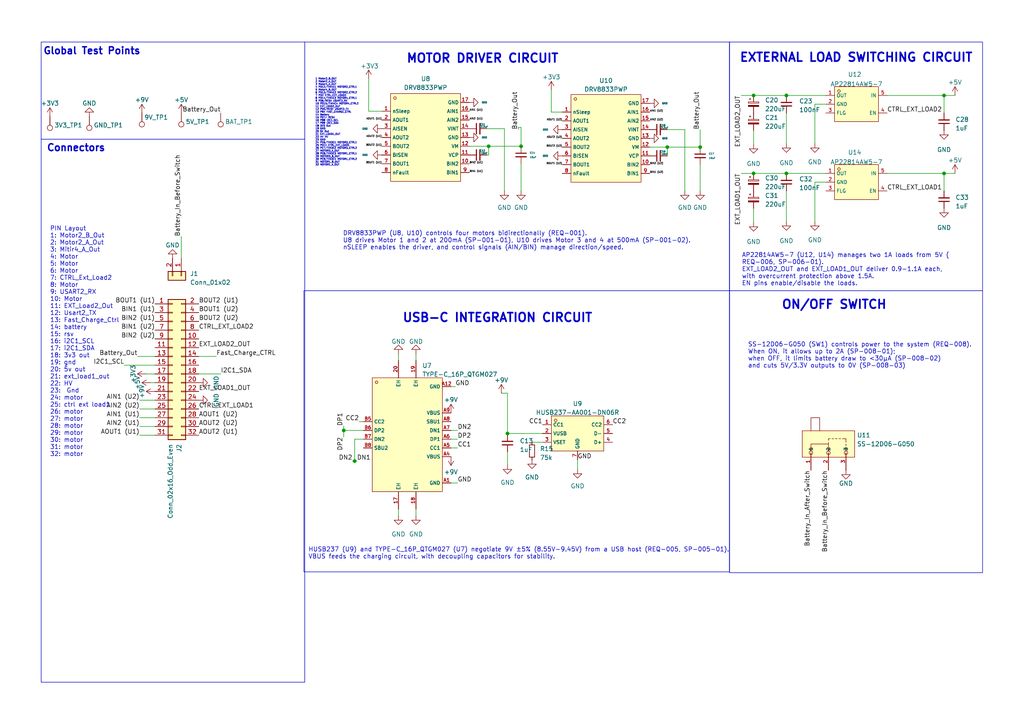
<source format=kicad_sch>
(kicad_sch (version 20230121) (generator eeschema)
  (paper "A4")
  (title_block (title "EEE3088F Micro Mouse Project") (date "2025-03-26") (rev "V1.8") (company "University Of Cape Town") (comment 3 "@author: Joab Kloppers: KLPJOA002") (comment 4 "@author: Alex Hillman: HLLALE010"))
  (lib_symbols
    (symbol "AP22814AW5-7:AP22814AW5-7"
      (property "Reference" "U" (at 0 1.27 0))
      (property "Value" "AP22814AW5-7" (at 0 -2.54 0))
      (symbol "AP22814AW5-7_0_1"
        (rectangle (start -6.35 5.08) (end 6.35 -5.08) (fill (type background)))
        (circle (center -5.08 3.81) (radius 0.381) (fill (type background)))
        (pin unspecified line (at -8.89 2.54 0) (length 2.54) (name "OUT") (number "1"))
        (pin unspecified line (at -8.89 0 0) (length 2.54) (name "GND") (number "2"))
        (pin unspecified line (at -8.89 -2.54 0) (length 2.54) (name "FLG") (number "3"))
        (pin unspecified line (at 8.89 -2.54 180) (length 2.54) (name "EN") (number "4"))
        (pin unspecified line (at 8.89 2.54 180) (length 2.54) (name "IN") (number "5"))
      )
    )
    (symbol "Connector:TestPoint" (pin_numbers hide) (pin_names (offset 0.762) hide)
      (property "Reference" "TP" (at 0 6.858 0))
      (property "Value" "TestPoint" (at 0 5.08 0))
      (symbol "TestPoint_0_1"
        (circle (center 0 3.302) (radius 0.762))
      )
      (symbol "TestPoint_1_1"
        (pin passive line (at 0 0 90) (length 2.54) (name "1") (number "1"))
      )
    )
    (symbol "Connector_Generic:Conn_01x02" (pin_names (offset 1.016) hide)
      (property "Reference" "J" (at 0 2.54 0))
      (property "Value" "Conn_01x02" (at 0 -5.08 0))
      (symbol "Conn_01x02_1_1"
        (rectangle (start -1.27 -2.413) (end 0 -2.667) (stroke (width 0.1524)))
        (rectangle (start -1.27 0.127) (end 0 -0.127) (stroke (width 0.1524)))
        (rectangle (start -1.27 1.27) (end 1.27 -3.81) (stroke (width 0.254)) (fill (type background)))
        (pin passive line (at -5.08 0 0) (length 3.81) (name "Pin_1") (number "1"))
        (pin passive line (at -5.08 -2.54 0) (length 3.81) (name "Pin_2") (number "2"))
      )
    )
    (symbol "Connector_Generic:Conn_02x16_Odd_Even" (pin_names (offset 1.016) hide)
      (property "Reference" "J" (at 1.27 20.32 0))
      (property "Value" "Conn_02x16_Odd_Even" (at 1.27 -22.86 0))
      (symbol "Conn_02x16_Odd_Even_1_1"
        (rectangle (start -1.27 -20.193) (end 0 -20.447) (stroke (width 0.1524)))
        (rectangle (start -1.27 -17.653) (end 0 -17.907) (stroke (width 0.1524)))
        (rectangle (start -1.27 -15.113) (end 0 -15.367) (stroke (width 0.1524)))
        (rectangle (start -1.27 -12.573) (end 0 -12.827) (stroke (width 0.1524)))
        (rectangle (start -1.27 -10.033) (end 0 -10.287) (stroke (width 0.1524)))
        (rectangle (start -1.27 -7.493) (end 0 -7.747) (stroke (width 0.1524)))
        (rectangle (start -1.27 -4.953) (end 0 -5.207) (stroke (width 0.1524)))
        (rectangle (start -1.27 -2.413) (end 0 -2.667) (stroke (width 0.1524)))
        (rectangle (start -1.27 0.127) (end 0 -0.127) (stroke (width 0.1524)))
        (rectangle (start -1.27 2.667) (end 0 2.413) (stroke (width 0.1524)))
        (rectangle (start -1.27 5.207) (end 0 4.953) (stroke (width 0.1524)))
        (rectangle (start -1.27 7.747) (end 0 7.493) (stroke (width 0.1524)))
        (rectangle (start -1.27 10.287) (end 0 10.033) (stroke (width 0.1524)))
        (rectangle (start -1.27 12.827) (end 0 12.573) (stroke (width 0.1524)))
        (rectangle (start -1.27 15.367) (end 0 15.113) (stroke (width 0.1524)))
        (rectangle (start -1.27 17.907) (end 0 17.653) (stroke (width 0.1524)))
        (rectangle (start -1.27 19.05) (end 3.81 -21.59) (stroke (width 0.254)) (fill (type background)))
        (rectangle (start 3.81 -20.193) (end 2.54 -20.447) (stroke (width 0.1524)))
        (rectangle (start 3.81 -17.653) (end 2.54 -17.907) (stroke (width 0.1524)))
        (rectangle (start 3.81 -15.113) (end 2.54 -15.367) (stroke (width 0.1524)))
        (rectangle (start 3.81 -12.573) (end 2.54 -12.827) (stroke (width 0.1524)))
        (rectangle (start 3.81 -10.033) (end 2.54 -10.287) (stroke (width 0.1524)))
        (rectangle (start 3.81 -7.493) (end 2.54 -7.747) (stroke (width 0.1524)))
        (rectangle (start 3.81 -4.953) (end 2.54 -5.207) (stroke (width 0.1524)))
        (rectangle (start 3.81 -2.413) (end 2.54 -2.667) (stroke (width 0.1524)))
        (rectangle (start 3.81 0.127) (end 2.54 -0.127) (stroke (width 0.1524)))
        (rectangle (start 3.81 2.667) (end 2.54 2.413) (stroke (width 0.1524)))
        (rectangle (start 3.81 5.207) (end 2.54 4.953) (stroke (width 0.1524)))
        (rectangle (start 3.81 7.747) (end 2.54 7.493) (stroke (width 0.1524)))
        (rectangle (start 3.81 10.287) (end 2.54 10.033) (stroke (width 0.1524)))
        (rectangle (start 3.81 12.827) (end 2.54 12.573) (stroke (width 0.1524)))
        (rectangle (start 3.81 15.367) (end 2.54 15.113) (stroke (width 0.1524)))
        (rectangle (start 3.81 17.907) (end 2.54 17.653) (stroke (width 0.1524)))
        (pin passive line (at -5.08 17.78 0) (length 3.81) (name "Pin_1") (number "1"))
        (pin passive line (at 7.62 7.62 180) (length 3.81) (name "Pin_10") (number "10"))
        (pin passive line (at -5.08 5.08 0) (length 3.81) (name "Pin_11") (number "11"))
        (pin passive line (at 7.62 5.08 180) (length 3.81) (name "Pin_12") (number "12"))
        (pin passive line (at -5.08 2.54 0) (length 3.81) (name "Pin_13") (number "13"))
        (pin passive line (at 7.62 2.54 180) (length 3.81) (name "Pin_14") (number "14"))
        (pin passive line (at -5.08 0 0) (length 3.81) (name "Pin_15") (number "15"))
        (pin passive line (at 7.62 0 180) (length 3.81) (name "Pin_16") (number "16"))
        (pin passive line (at -5.08 -2.54 0) (length 3.81) (name "Pin_17") (number "17"))
        (pin passive line (at 7.62 -2.54 180) (length 3.81) (name "Pin_18") (number "18"))
        (pin passive line (at -5.08 -5.08 0) (length 3.81) (name "Pin_19") (number "19"))
        (pin passive line (at 7.62 17.78 180) (length 3.81) (name "Pin_2") (number "2"))
        (pin passive line (at 7.62 -5.08 180) (length 3.81) (name "Pin_20") (number "20"))
        (pin passive line (at -5.08 -7.62 0) (length 3.81) (name "Pin_21") (number "21"))
        (pin passive line (at 7.62 -7.62 180) (length 3.81) (name "Pin_22") (number "22"))
        (pin passive line (at -5.08 -10.16 0) (length 3.81) (name "Pin_23") (number "23"))
        (pin passive line (at 7.62 -10.16 180) (length 3.81) (name "Pin_24") (number "24"))
        (pin passive line (at -5.08 -12.7 0) (length 3.81) (name "Pin_25") (number "25"))
        (pin passive line (at 7.62 -12.7 180) (length 3.81) (name "Pin_26") (number "26"))
        (pin passive line (at -5.08 -15.24 0) (length 3.81) (name "Pin_27") (number "27"))
        (pin passive line (at 7.62 -15.24 180) (length 3.81) (name "Pin_28") (number "28"))
        (pin passive line (at -5.08 -17.78 0) (length 3.81) (name "Pin_29") (number "29"))
        (pin passive line (at -5.08 15.24 0) (length 3.81) (name "Pin_3") (number "3"))
        (pin passive line (at 7.62 -17.78 180) (length 3.81) (name "Pin_30") (number "30"))
        (pin passive line (at -5.08 -20.32 0) (length 3.81) (name "Pin_31") (number "31"))
        (pin passive line (at 7.62 -20.32 180) (length 3.81) (name "Pin_32") (number "32"))
        (pin passive line (at 7.62 15.24 180) (length 3.81) (name "Pin_4") (number "4"))
        (pin passive line (at -5.08 12.7 0) (length 3.81) (name "Pin_5") (number "5"))
        (pin passive line (at 7.62 12.7 180) (length 3.81) (name "Pin_6") (number "6"))
        (pin passive line (at -5.08 10.16 0) (length 3.81) (name "Pin_7") (number "7"))
        (pin passive line (at 7.62 10.16 180) (length 3.81) (name "Pin_8") (number "8"))
        (pin passive line (at -5.08 7.62 0) (length 3.81) (name "Pin_9") (number "9"))
      )
    )
    (symbol "DRV8833_NEW:DRV8833PWP"
      (property "Reference" "U" (at 0 1.27 0))
      (property "Value" "DRV8833PWP" (at 0 -2.54 0))
      (symbol "DRV8833PWP_0_1"
        (rectangle (start -10.16 12.7) (end 10.16 -12.7) (fill (type background)))
        (circle (center -8.89 11.43) (radius 0.381) (fill (type background)))
        (pin unspecified line (at -12.7 7.62 0) (length 2.54) (name "nSleep") (number "1"))
        (pin unspecified line (at 12.7 -7.62 180) (length 2.54) (name "BIN2") (number "10"))
        (pin unspecified line (at 12.7 -5.08 180) (length 2.54) (name "VCP") (number "11"))
        (pin unspecified line (at 12.7 -2.54 180) (length 2.54) (name "VM") (number "12"))
        (pin unspecified line (at 12.7 0 180) (length 2.54) (name "GND") (number "13"))
        (pin unspecified line (at 12.7 2.54 180) (length 2.54) (name "VINT") (number "14"))
        (pin unspecified line (at 12.7 5.08 180) (length 2.54) (name "AIN2") (number "15"))
        (pin unspecified line (at 12.7 7.62 180) (length 2.54) (name "AIN1") (number "16"))
        (pin unspecified line (at 12.7 10.16 180) (length 2.54) (name "GND") (number "17"))
        (pin unspecified line (at -12.7 5.08 0) (length 2.54) (name "AOUT1") (number "2"))
        (pin unspecified line (at -12.7 2.54 0) (length 2.54) (name "AISEN") (number "3"))
        (pin unspecified line (at -12.7 0 0) (length 2.54) (name "AOUT2") (number "4"))
        (pin unspecified line (at -12.7 -2.54 0) (length 2.54) (name "BOUT2") (number "5"))
        (pin unspecified line (at -12.7 -5.08 0) (length 2.54) (name "BISEN") (number "6"))
        (pin unspecified line (at -12.7 -7.62 0) (length 2.54) (name "BOUT1") (number "7"))
        (pin unspecified line (at -12.7 -10.16 0) (length 2.54) (name "nFault") (number "8"))
        (pin unspecified line (at 12.7 -10.16 180) (length 2.54) (name "BIN1") (number "9"))
      )
    )
    (symbol "Device:C_Polarized_Small" (pin_numbers hide) (pin_names (offset 0.254) hide)
      (property "Reference" "C" (at 0.254 1.778 0))
      (property "Value" "C_Polarized_Small" (at 0.254 -2.032 0))
      (symbol "C_Polarized_Small_0_1"
        (rectangle (start -1.524 -0.3048) (end 1.524 -0.6858) (fill (type outline)))
        (rectangle (start -1.524 0.6858) (end 1.524 0.3048))
        (polyline (pts (xy -1.27 1.524) (xy -0.762 1.524)))
        (polyline (pts (xy -1.016 1.27) (xy -1.016 1.778)))
      )
      (symbol "C_Polarized_Small_1_1"
        (pin passive line (at 0 2.54 270) (length 1.8542) (name "~") (number "1"))
        (pin passive line (at 0 -2.54 90) (length 1.8542) (name "~") (number "2"))
      )
    )
    (symbol "Device:C_Small" (pin_numbers hide) (pin_names (offset 0.254) hide)
      (property "Reference" "C" (at 0.254 1.778 0))
      (property "Value" "C_Small" (at 0.254 -2.032 0))
      (symbol "C_Small_0_1"
        (polyline (pts (xy -1.524 -0.508) (xy 1.524 -0.508)) (stroke (width 0.3302)))
        (polyline (pts (xy -1.524 0.508) (xy 1.524 0.508)) (stroke (width 0.3048)))
      )
      (symbol "C_Small_1_1"
        (pin passive line (at 0 2.54 270) (length 2.032) (name "~") (number "1"))
        (pin passive line (at 0 -2.54 90) (length 2.032) (name "~") (number "2"))
      )
    )
    (symbol "Device:R_Small" (pin_numbers hide) (pin_names (offset 0.254) hide)
      (property "Reference" "R" (at 0.762 0.508 0))
      (property "Value" "R_Small" (at 0.762 -1.016 0))
      (symbol "R_Small_0_1"
        (rectangle (start -0.762 1.778) (end 0.762 -1.778) (stroke (width 0.2032)))
      )
      (symbol "R_Small_1_1"
        (pin passive line (at 0 2.54 270) (length 0.762) (name "~") (number "1"))
        (pin passive line (at 0 -2.54 90) (length 0.762) (name "~") (number "2"))
      )
    )
    (symbol "HUSB237_NEW:HUSB237-AA001-DN06R"
      (property "Reference" "U" (at 0 1.27 0))
      (property "Value" "HUSB237-AA001-DN06R" (at 0 -2.54 0))
      (symbol "HUSB237-AA001-DN06R_0_1"
        (rectangle (start -7.62 5.08) (end 7.62 -5.08) (fill (type background)))
        (circle (center -6.35 3.81) (radius 0.381) (fill (type background)))
        (pin unspecified line (at -10.16 2.54 0) (length 2.54) (name "CC1") (number "1"))
        (pin unspecified line (at -10.16 0 0) (length 2.54) (name "VUSB") (number "2"))
        (pin unspecified line (at -10.16 -2.54 0) (length 2.54) (name "VSET") (number "3"))
        (pin unspecified line (at 10.16 -2.54 180) (length 2.54) (name "D+") (number "4"))
        (pin unspecified line (at 10.16 0 180) (length 2.54) (name "D-") (number "5"))
        (pin unspecified line (at 10.16 2.54 180) (length 2.54) (name "CC2") (number "6"))
        (pin unspecified line (at 0 -7.62 90) (length 2.54) (name "GND") (number "7"))
      )
    )
    (symbol "JLC-Switch:SS-12D06-G050"
      (property "Reference" "U" (at 0 1.27 0))
      (property "Value" "SS-12D06-G050" (at 0 -2.54 0))
      (symbol "SS-12D06-G050_0_1"
        (rectangle (start -7.62 3.81) (end 7.62 -3.81) (fill (type background)))
        (circle (center -5.08 -2.54) (radius 0.508) (fill (type background)))
        (circle (center 0 -2.54) (radius 0.508) (fill (type background)))
        (polyline (pts (xy -5.08 -2.032) (xy -5.334 -1.016)))
        (polyline (pts (xy -5.08 -2.032) (xy -4.826 -1.016)))
        (polyline (pts (xy 0 -2.032) (xy -0.254 -1.016)))
        (polyline (pts (xy 0 -2.032) (xy 0.254 -1.016)))
        (polyline (pts (xy 0 0) (xy 0 0.508)))
        (polyline (pts (xy 1.016 1.524) (xy 1.524 1.524)))
        (polyline (pts (xy 2.032 1.524) (xy 2.54 1.524)))
        (polyline (pts (xy 3.048 1.524) (xy 3.556 1.524)))
        (polyline (pts (xy 4.064 1.524) (xy 5.08 1.524)))
        (polyline (pts (xy 5.08 -2.032) (xy 4.826 -1.016)))
        (polyline (pts (xy 5.08 -2.032) (xy 5.334 -1.016)))
        (polyline (pts (xy 5.08 -1.524) (xy 5.08 -1.016)))
        (polyline (pts (xy 5.08 -0.508) (xy 5.08 0)))
        (polyline (pts (xy 5.08 1.524) (xy 5.08 0.508)))
        (polyline (pts (xy 0 1.016) (xy 0 1.524) (xy 0.508 1.524)))
        (polyline (pts (xy -5.08 -2.032) (xy -5.08 0) (xy 0 0) (xy 0 -2.032)))
        (polyline (pts (xy -5.08 3.81) (xy -5.08 7.62) (xy -2.54 7.62) (xy -2.54 3.81)))
        (circle (center 5.08 -2.54) (radius 0.508) (fill (type background)))
        (pin unspecified line (at -5.08 -7.62 90) (length 5.08) (name "1") (number "1"))
        (pin unspecified line (at 0 -7.62 90) (length 5.08) (name "2") (number "2"))
        (pin unspecified line (at 5.08 -7.62 90) (length 5.08) (name "3") (number "3"))
      )
    )
    (symbol "TYPE-C 16P QTGM027:TYPE-C_16P_QTGM027"
      (property "Reference" "U" (at 0 1.27 0))
      (property "Value" "TYPE-C_16P_QTGM027" (at 0 -2.54 0))
      (symbol "TYPE-C_16P_QTGM027_0_1"
        (rectangle (start -10.16 15.24) (end 10.16 -17.78) (fill (type background)))
        (circle (center -8.89 13.97) (radius 0.381) (fill (type background)))
        (pin unspecified line (at -2.54 -22.86 90) (length 5.08) (name "EH") (number "17"))
        (pin unspecified line (at 2.54 -22.86 90) (length 5.08) (name "EH") (number "18"))
        (pin unspecified line (at 2.54 20.32 270) (length 5.08) (name "EH") (number "19"))
        (pin unspecified line (at -2.54 20.32 270) (length 5.08) (name "EH") (number "20"))
        (pin unspecified line (at 12.7 -15.24 180) (length 2.54) (name "GND") (number "A1"))
        (pin unspecified line (at 12.7 12.7 180) (length 2.54) (name "GND") (number "A12"))
        (pin unspecified line (at 12.7 -7.62 180) (length 2.54) (name "VBUS") (number "A4"))
        (pin unspecified line (at 12.7 -5.08 180) (length 2.54) (name "CC1") (number "A5"))
        (pin unspecified line (at 12.7 -2.54 180) (length 2.54) (name "DP1") (number "A6"))
        (pin unspecified line (at 12.7 0 180) (length 2.54) (name "DN1") (number "A7"))
        (pin unspecified line (at 12.7 2.54 180) (length 2.54) (name "SBU1") (number "A8"))
        (pin unspecified line (at 12.7 5.08 180) (length 2.54) (name "VBUS") (number "A9"))
        (pin unspecified line (at -12.7 2.54 0) (length 2.54) (name "CC2") (number "B5"))
        (pin unspecified line (at -12.7 0 0) (length 2.54) (name "DP2") (number "B6"))
        (pin unspecified line (at -12.7 -2.54 0) (length 2.54) (name "DN2") (number "B7"))
        (pin unspecified line (at -12.7 -5.08 0) (length 2.54) (name "SBU2") (number "B8"))
      )
    )
    (symbol "power:+3V3" (power) (pin_names (offset 0))
      (property "Value" "+3V3" (at 0 3.556 0))
      (symbol "+3V3_0_1"
        (polyline (pts (xy -0.762 1.27) (xy 0 2.54)))
        (polyline (pts (xy 0 0) (xy 0 2.54)))
        (polyline (pts (xy 0 2.54) (xy 0.762 1.27)))
      )
      (symbol "+3V3_1_1"
        (pin power_in line (at 0 0 90) (length 0) hide (name "+3V3") (number "1"))
      )
    )
    (symbol "power:+5V" (power) (pin_names (offset 0))
      (property "Value" "+5V" (at 0 3.556 0))
      (symbol "+5V_0_1"
        (polyline (pts (xy -0.762 1.27) (xy 0 2.54)))
        (polyline (pts (xy 0 0) (xy 0 2.54)))
        (polyline (pts (xy 0 2.54) (xy 0.762 1.27)))
      )
      (symbol "+5V_1_1"
        (pin power_in line (at 0 0 90) (length 0) hide (name "+5V") (number "1"))
      )
    )
    (symbol "power:+9V" (power) (pin_names (offset 0))
      (property "Value" "+9V" (at 0 3.556 0))
      (symbol "+9V_0_1"
        (polyline (pts (xy -0.762 1.27) (xy 0 2.54)))
        (polyline (pts (xy 0 0) (xy 0 2.54)))
        (polyline (pts (xy 0 2.54) (xy 0.762 1.27)))
      )
      (symbol "+9V_1_1"
        (pin power_in line (at 0 0 90) (length 0) hide (name "+9V") (number "1"))
      )
    )
    (symbol "power:GND" (power) (pin_names (offset 0))
      (property "Value" "GND" (at 0 -3.81 0))
      (symbol "GND_0_1"
        (polyline (pts (xy 0 0) (xy 0 -1.27) (xy 1.27 -1.27) (xy 0 -2.54) (xy -1.27 -1.27) (xy 0 -1.27)))
      )
      (symbol "GND_1_1"
        (pin power_in line (at 0 0 270) (length 0) hide (name "GND") (number "1"))
      )
    )
  )
  (junction (at 99.695 124.841))
  (junction (at 193.548 42.672))
  (junction (at 102.87 133.731))
  (junction (at 228.092 27.686))
  (junction (at 273.812 50.292))
  (junction (at 218.567 27.686))
  (junction (at 228.092 50.292))
  (junction (at 147.193 125.73))
  (junction (at 203.073 42.672))
  (junction (at 218.567 50.292))
  (junction (at 141.732 42.418))
  (junction (at 273.812 27.686))
  (junction (at 151.13 42.418))
  (wire (pts (xy 273.812 27.686) (xy 273.812 32.766)))
  (wire (pts (xy 159.893 32.512) (xy 163.068 32.512)))
  (wire (pts (xy 228.092 27.686) (xy 239.522 27.686)))
  (wire (pts (xy 99.695 124.841) (xy 99.695 126.746)))
  (wire (pts (xy 151.13 36.957) (xy 151.13 42.418)))
  (wire (pts (xy 43.688 110.998) (xy 44.958 110.998)))
  (wire (pts (xy 150.368 36.957) (xy 151.13 36.957)))
  (wire (pts (xy 57.658 103.378) (xy 62.738 103.378)))
  (wire (pts (xy 151.13 47.498) (xy 151.13 55.372)))
  (wire (pts (xy 115.57 149.606) (xy 115.57 147.701)))
  (wire (pts (xy 257.302 27.686) (xy 273.812 27.686)))
  (wire (pts (xy 99.695 123.571) (xy 99.695 124.841)))
  (wire (pts (xy 40.513 123.698) (xy 44.958 123.698)))
  (wire (pts (xy 147.193 125.984) (xy 147.193 125.73)))
  (wire (pts (xy 141.732 44.958) (xy 141.732 42.418)))
  (wire (pts (xy 188.468 42.672) (xy 193.548 42.672)))
  (wire (pts (xy 150.368 37.592) (xy 150.368 36.957)))
  (wire (pts (xy 273.812 27.686) (xy 276.987 27.686)))
  (wire (pts (xy 39.878 103.378) (xy 44.958 103.378)))
  (wire (pts (xy 120.65 149.606) (xy 120.65 147.701)))
  (wire (pts (xy 203.073 37.592) (xy 203.073 42.672)))
  (wire (pts (xy 130.81 140.081) (xy 132.715 140.081)))
  (wire (pts (xy 57.658 108.458) (xy 64.008 108.458)))
  (wire (pts (xy 236.347 30.226) (xy 236.347 41.656)))
  (wire (pts (xy 103.505 133.731) (xy 102.87 133.731)))
  (wire (pts (xy 130.81 124.841) (xy 132.715 124.841)))
  (wire (pts (xy 228.092 32.766) (xy 228.092 41.656)))
  (wire (pts (xy 228.092 55.372) (xy 228.092 64.262)))
  (wire (pts (xy 198.628 37.592) (xy 198.628 55.372)))
  (wire (pts (xy 102.87 127.381) (xy 102.87 133.731)))
  (wire (pts (xy 40.513 116.078) (xy 44.958 116.078)))
  (wire (pts (xy 147.193 125.73) (xy 157.353 125.73)))
  (wire (pts (xy 167.513 133.35) (xy 167.513 136.144)))
  (wire (pts (xy 141.732 42.418) (xy 151.13 42.418)))
  (wire (pts (xy 257.302 50.292) (xy 273.812 50.292)))
  (wire (pts (xy 193.548 42.672) (xy 203.073 42.672)))
  (wire (pts (xy 102.235 133.731) (xy 102.87 133.731)))
  (wire (pts (xy 52.578 68.58) (xy 52.578 74.93)))
  (wire (pts (xy 218.567 60.452) (xy 218.567 64.516)))
  (wire (pts (xy 218.567 50.292) (xy 228.092 50.292)))
  (wire (pts (xy 273.812 50.292) (xy 273.812 55.372)))
  (wire (pts (xy 236.347 52.832) (xy 236.347 64.262)))
  (wire (pts (xy 42.418 108.458) (xy 44.958 108.458)))
  (wire (pts (xy 203.073 47.752) (xy 203.073 55.372)))
  (wire (pts (xy 141.224 44.958) (xy 141.732 44.958)))
  (wire (pts (xy 102.87 127.381) (xy 105.41 127.381)))
  (wire (pts (xy 228.092 50.292) (xy 239.522 50.292)))
  (wire (pts (xy 218.567 27.686) (xy 228.092 27.686)))
  (wire (pts (xy 120.65 102.616) (xy 120.65 104.521)))
  (wire (pts (xy 273.812 50.292) (xy 276.987 50.292)))
  (wire (pts (xy 215.011 27.686) (xy 218.567 27.686)))
  (wire (pts (xy 40.513 118.618) (xy 44.958 118.618)))
  (wire (pts (xy 130.81 127.381) (xy 132.715 127.381)))
  (wire (pts (xy 146.304 37.338) (xy 146.304 55.372)))
  (wire (pts (xy 147.193 131.064) (xy 147.193 134.874)))
  (wire (pts (xy 36.068 105.918) (xy 44.958 105.918)))
  (wire (pts (xy 193.548 45.212) (xy 193.548 42.672)))
  (wire (pts (xy 236.347 30.226) (xy 239.522 30.226)))
  (wire (pts (xy 236.347 52.832) (xy 239.522 52.832)))
  (wire (pts (xy 141.224 37.338) (xy 146.304 37.338)))
  (wire (pts (xy 145.415 114.046) (xy 147.193 114.046)))
  (wire (pts (xy 215.011 50.292) (xy 218.567 50.292)))
  (wire (pts (xy 40.513 121.158) (xy 44.958 121.158)))
  (wire (pts (xy 115.57 102.616) (xy 115.57 104.521)))
  (wire (pts (xy 193.548 37.592) (xy 198.628 37.592)))
  (wire (pts (xy 104.14 122.301) (xy 105.41 122.301)))
  (wire (pts (xy 154.305 128.27) (xy 157.353 128.27)))
  (wire (pts (xy 99.695 124.841) (xy 105.41 124.841)))
  (wire (pts (xy 106.934 32.258) (xy 106.934 22.86)))
  (wire (pts (xy 110.744 32.258) (xy 106.934 32.258)))
  (wire (pts (xy 130.81 129.921) (xy 132.715 129.921)))
  (wire (pts (xy 40.513 126.238) (xy 44.958 126.238)))
  (wire (pts (xy 136.144 42.418) (xy 141.732 42.418)))
  (wire (pts (xy 147.193 114.046) (xy 147.193 125.73)))
  (wire (pts (xy 218.567 37.846) (xy 218.567 41.91)))
  (wire (pts (xy 130.81 112.141) (xy 132.08 112.141)))
  (wire (pts (xy 159.893 26.162) (xy 159.893 32.512)))
  (rectangle (start 11.938 40.386) (end 88.392 197.866))
  (rectangle (start 11.938 12.192) (end 88.392 40.386))
  (rectangle (start 211.582 84.328) (end 284.988 166.116))
  (rectangle (start 88.138 84.328) (end 211.582 165.862))
  (rectangle (start 211.582 12.192) (end 284.988 84.328))
  (rectangle (start 88.392 12.192) (end 211.582 84.328))
  (text "MOTOR DRIVER CIRCUIT\n" (at 117.729 18.542 0) (effects (font (size 2.5 2.5) (thickness 0.5) bold) (justify left bottom)))
  (text "HUSB237 (U9) and TYPE-C_16P_QTGM027 (U7) negotiate 9V ±5% (8.55V-9.45V) from a USB host (REQ-005, SP-005-01). \nVBUS feeds the charging circuit, with decoupling capacitors for stability." (at 89.408 162.306 0) (effects (font (size 1.27 1.27)) (justify left bottom)))
  (text "SS-12D06-G050 (SW1) controls power to the system (REQ-008). \nWhen ON, it allows up to 2A (SP-008-01); \nwhen OFF, it limits battery draw to <30µA (SP-008-02) \nand cuts 5V/3.3V outputs to 0V (SP-008-03)" (at 216.916 106.934 0) (effects (font (size 1.27 1.27)) (justify left bottom)))
  (text "DRV8833PWP (U8, U10) controls four motors bidirectionally (REQ-001). \nU8 drives Motor 1 and 2 at 200mA (SP-001-01), U10 drives Motor 3 and 4 at 500mA (SP-001-02). \nnSLEEP enables the driver, and control signals (AIN/BIN) manage direction/speed." (at 99.441 72.644 0) (effects (font (size 1.27 1.27)) (justify left bottom)))
  (text "1 Motor2_B_OUT\n2 Motor2_A_OUT\n3 Motor4_A_OUT\n4 PD12/TIM4C1 MOTOR2_CTRL1\n5 Motor4_B_OUT\n6 PD13/TIM4C2 MOTOR2_CTRL2\n7 PD2 CTRL_EXT_LOAD2\n8 PD14/TIM4C3 MOTOR4_CTRL1\n9 PD6/RESV USART2_RX\n10 PD15/TIM4C4 MOTOR4_CTRL2\n11 EXT_LOAD2_OUT\n12 PD5/RESV USART2_TX\n13 PB4 FAST_CHARGE_CTRL\n14 Battery\n15 PD7/ RESV\n16 PB8 I2C1_SCL\n17 PB9 I2C1_SDA\n18 3V3 Out\n19 GND\n20 5V Out\n21 EXT_LOAD1_OUT\n22 HV HV\n23 GND\n24 PC6/TIM3C1 MOTOR3_CTRL1\n25 PD11 CTRL_EXT_LOAD1\n26 PC7/TIM3C2 MOTOR3_CTRL2\n27 MOTOR3_A_OUT\n28 PC8/TIM3C3 MOTOR1_CTRL1\n29 MOTOR3_B_OUT\n30 PC9/TIM3C4 MOTOR1_CTRL2\n31 MOTOR1_B_OUT\n32 MOTOR1_A_OUT" (at 91.44 48.26 0) (effects (font (size 0.5 0.5)) (justify left bottom)))
  (text "PIN Layout\n1: Motor2_B_Out\n2: Motor2_A_Out\n3: Mitir4_A_Out\n4: Motor\n5: Motor\n6: Motor\n7: CTRL_Ext_Load2\n8: Motor\n9: USART2_RX\n10: Motor\n11: EXT_Load2_Out\n12: Usart2_TX\n13: Fast_Charge_Ctrl\n14: battery\n15: rsv\n16: i2C1_SCL\n17: i2C1_SDA\n18: 3v3 out\n19: gnd\n20: 5v out\n21: ext_load1_out\n22: HV\n23:	Gnd\n24: motor\n25: ctrl ext load1\n26: motor\n27: motor\n28: motor\n29: motor\n30: motor\n31: motor\n32: motor" (at 14.478 132.588 0) (effects (font (size 1.27 1.27)) (justify left bottom)))
  (text "EXTERNAL LOAD SWITCHING CIRCUIT\n" (at 214.376 18.288 0) (effects (font (size 2.5 2.5) (thickness 0.5) bold) (justify left bottom)))
  (text "Connectors" (at 13.462 44.196 0) (effects (font (size 2 2) bold) (justify left bottom)))
  (text "Global Test Points\n\n" (at 12.446 19.304 0) (effects (font (size 2 2) (thickness 0.4) bold) (justify left bottom)))
  (text "ON/OFF SWITCH\n\n" (at 226.568 93.98 0) (effects (font (size 2.5 2.5) (thickness 0.5) bold) (justify left bottom)))
  (text "USB-C INTEGRATION CIRCUIT\n\n" (at 116.586 97.79 0) (effects (font (size 2.5 2.5) (thickness 0.5) bold) (justify left bottom)))
  (text "AP22814AW5-7 (U12, U14) manages two 1A loads from 5V (\nREQ-006, SP-006-01). \nEXT_LOAD2_OUT and EXT_LOAD1_OUT deliver 0.9-1.1A each, \nwith overcurrent protection above 1.5A. \nEN pins enable/disable the loads." (at 215.138 83.058 0) (effects (font (size 1.27 1.27)) (justify left bottom)))
  (label "AIN2 (U1)" (at 136.144 34.798 0) (effects (font (size 0.5 0.5))))
  (label "CC2" (at 177.673 123.19 0))
  (label "DN1" (at 103.505 133.731 0))
  (label "GND" (at 132.715 140.081 0))
  (label "Battery_In_After_Switch" (at 235.204 136.398 270))
  (label "BIN1 (U1)" (at 136.144 50.038 0) (effects (font (size 0.5 0.5))))
  (label "AOUT2 (U2)" (at 163.068 40.132 180) (effects (font (size 0.5 0.5))))
  (label "AIN1 (U1)" (at 136.144 32.258 0) (effects (font (size 0.5 0.5))))
  (label "EXT_LOAD1_OUT" (at 57.658 113.538 0))
  (label "CTRL_EXT_LOAD2" (at 57.658 95.758 0))
  (label "BOUT1 (U2)" (at 163.068 47.752 180) (effects (font (size 0.5 0.5))))
  (label "AOUT1 (U1)" (at 40.513 126.238 180))
  (label "I2C1_SCL" (at 36.068 105.918 180))
  (label "EXT_LOAD2_OUT" (at 215.011 27.686 270))
  (label "AOUT1 (U2)" (at 57.658 121.158 0))
  (label "BOUT2 (U1)" (at 110.744 42.418 180) (effects (font (size 0.5 0.5))))
  (label "BIN1 (U2)" (at 188.468 50.292 0) (effects (font (size 0.5 0.5))))
  (label "BIN2 (U2)" (at 188.468 47.752 0) (effects (font (size 0.5 0.5))))
  (label "CC2" (at 104.14 122.301 180))
  (label "DP2" (at 99.695 126.746 270))
  (label "BOUT2 (U2)" (at 57.658 93.218 0))
  (label "CC1" (at 132.715 129.921 0))
  (label "DN2" (at 132.715 124.841 0))
  (label "BOUT1 (U2)" (at 57.658 90.678 0))
  (label "AIN1 (U1)" (at 40.513 121.158 180))
  (label "Battery_Out" (at 39.878 103.378 180))
  (label "BOUT1 (U1)" (at 110.744 47.498 180) (effects (font (size 0.5 0.5))))
  (label "EXT_LOAD1_OUT" (at 215.011 50.292 270))
  (label "BOUT1 (U1)" (at 44.958 88.138 180))
  (label "CC1" (at 157.353 123.19 180))
  (label "GND" (at 132.08 112.141 0))
  (label "AIN2 (U2)" (at 188.468 35.052 0) (effects (font (size 0.5 0.5))))
  (label "AIN2 (U2)" (at 40.513 118.618 180))
  (label "CTRL_EXT_LOAD1" (at 57.658 118.618 0))
  (label "AOUT2 (U1)" (at 110.744 39.878 180) (effects (font (size 0.5 0.5))))
  (label "Battery_Out" (at 64.008 32.766 180))
  (label "Battery_Out" (at 150.368 37.592 90))
  (label "AOUT1 (U1)" (at 110.744 34.798 180) (effects (font (size 0.5 0.5))))
  (label "AIN1 (U2)" (at 188.468 32.512 0) (effects (font (size 0.5 0.5))))
  (label "Battery_In_Before_Switch" (at 240.284 136.398 270))
  (label "Battery_In_Before_Switch" (at 52.578 68.58 90))
  (label "GND" (at 167.513 133.35 0))
  (label "Battery_Out" (at 203.073 37.592 90))
  (label "AOUT2 (U2)" (at 57.658 123.698 0))
  (label "CTRL_EXT_LOAD1" (at 257.302 55.372 0))
  (label "I2C1_SDA" (at 64.008 108.458 0))
  (label "DP1" (at 99.695 123.571 90))
  (label "DN2" (at 102.235 133.731 180))
  (label "BIN2 (U1)" (at 136.144 47.498 0) (effects (font (size 0.5 0.5))))
  (label "DP2" (at 132.715 127.381 0))
  (label "AOUT1 (U2)" (at 163.068 35.052 180) (effects (font (size 0.5 0.5))))
  (label "AIN2 (U1)" (at 40.513 123.698 180))
  (label "BIN2 (U1)" (at 44.958 93.218 180))
  (label "CTRL_EXT_LOAD2" (at 257.302 32.766 0))
  (label "BIN2 (U2)" (at 44.958 98.298 180))
  (label "BIN1 (U1)" (at 44.958 90.678 180))
  (label "BIN1 (U2)" (at 44.958 95.758 180))
  (label "Fast_Charge_CTRL" (at 62.738 103.378 0))
  (label "EXT_LOAD2_OUT" (at 57.658 100.838 0))
  (label "BOUT2 (U1)" (at 57.658 88.138 0))
  (label "AIN1 (U2)" (at 40.513 116.078 180))
  (label "BOUT2 (U2)" (at 163.068 42.672 180) (effects (font (size 0.5 0.5))))
  (label "AOUT2 (U1)" (at 57.658 126.238 0))
  (symbol (lib_id "power:+3V3") (at 42.418 108.458 90) (unit 1)
    (property "Reference" "#PWR05" (effects hide))
    (property "Value" "+3V3" (at 38.608 108.458 0))
  )
  (symbol (lib_id "JLC-Switch:SS-12D06-G050") (at 240.284 128.778 0) (unit 1)
    (property "Reference" "U11" (at 248.539 126.238 0) (effects (justify left)))
    (property "Value" "SS-12D06-G050" (at 248.539 128.778 0) (effects (justify left)))
    (property "Footprint" "JLCPCB:SW-TH_3P-P4.70_SS-12D06-G050" (effects hide))
    (property "Datasheet" "https://atta.szlcsc.com/upload/public/pdf/source/20230915/62770FED7A7C5A08D3E9F9C8FE01EA01.pdf" (effects hide))
    (property "LCSC" "C17179521" (effects hide))
  )
  (symbol (lib_id "power:GND") (at 273.812 37.846 0) (unit 1)
    (property "Reference" "#PWR068" (effects hide))
    (property "Value" "GND" (at 273.812 43.434 0))
  )
  (symbol (lib_id "power:GND") (at 188.468 29.972 90) (unit 1)
    (property "Reference" "#PWR054" (effects hide))
    (property "Value" "GND" (at 192.024 29.972 90) (effects (font (size 0.5 0.5)) (justify right)))
  )
  (symbol (lib_id "Device:C_Small") (at 228.092 30.226 180) (unit 1)
    (property "Reference" "C23" (at 231.775 29.3306 0) (effects (justify right)))
    (property "Value" "100nF" (at 231.775 31.8706 0) (effects (justify right)))
    (property "Footprint" "Capacitor_SMD:C_0402_1005Metric_Pad0.74x0.62mm_HandSolder" (effects hide))
    (property "LCSC" "C1525" (effects hide))
  )
  (symbol (lib_id "power:GND") (at 203.073 55.372 0) (unit 1)
    (property "Reference" "#PWR057" (effects hide))
    (property "Value" "GND" (at 203.073 60.198 0))
  )
  (symbol (lib_id "power:+9V") (at 130.81 119.761 0) (unit 1)
    (property "Reference" "#PWR060" (effects hide))
    (property "Value" "+9V" (at 130.81 115.951 0))
  )
  (symbol (lib_id "power:GND") (at 115.57 102.616 180) (unit 1)
    (property "Reference" "#PWR039" (effects hide))
    (property "Value" "GND" (at 115.57 99.06 0))
  )
  (symbol (lib_id "power:GND") (at 146.304 55.372 0) (unit 1)
    (property "Reference" "#PWR046" (effects hide))
    (property "Value" "GND" (at 146.304 60.198 0))
  )
  (symbol (lib_id "power:GND") (at 228.092 41.656 0) (unit 1)
    (property "Reference" "#PWR061" (effects hide))
    (property "Value" "GND" (at 228.092 47.244 0))
  )
  (symbol (lib_id "power:GND") (at 198.628 55.372 0) (unit 1)
    (property "Reference" "#PWR056" (effects hide))
    (property "Value" "GND" (at 198.628 60.198 0))
  )
  (symbol (lib_id "power:+5V") (at 276.987 27.686 0) (unit 1)
    (property "Reference" "#PWR072" (effects hide))
    (property "Value" "+5V" (at 276.987 23.876 0))
  )
  (symbol (lib_id "power:+9V") (at 145.415 114.046 0) (unit 1)
    (property "Reference" "#PWR058" (effects hide))
    (property "Value" "+9V" (at 145.415 110.236 0))
  )
  (symbol (lib_id "Connector:TestPoint") (at 64.008 32.766 0) (mirror x) (unit 1)
    (property "Reference" "BAT_TP1" (at 65.278 35.306 0) (effects (justify left)))
    (property "Value" "BAT TP" (effects hide))
    (property "Footprint" "TestPoint:TestPoint_Pad_2.5x2.5mm" (effects hide))
  )
  (symbol (lib_id "Device:C_Small") (at 203.073 45.212 0) (unit 1)
    (property "Reference" "C17" (at 205.613 44.5833 0) (effects (font (size 0.5 0.5)) (justify left)))
    (property "Value" "10uF" (at 205.613 45.8533 0) (effects (font (size 0.5 0.5)) (justify left)))
    (property "Footprint" "Capacitor_SMD:C_0603_1608Metric_Pad1.08x0.95mm_HandSolder" (effects hide))
    (property "LCSC" "C19702" (effects hide))
  )
  (symbol (lib_id "power:GND") (at 245.364 136.398 0) (unit 1)
    (property "Reference" "#PWR067" (effects hide))
    (property "Value" "GND" (at 245.364 140.208 0))
  )
  (symbol (lib_id "power:GND") (at 57.658 110.998 90) (unit 1)
    (property "Reference" "#PWR09" (effects hide))
    (property "Value" "GND" (at 62.738 110.998 0))
  )
  (symbol (lib_id "power:GND") (at 236.347 41.656 0) (unit 1)
    (property "Reference" "#PWR063" (effects hide))
    (property "Value" "GND" (at 236.347 46.99 0))
  )
  (symbol (lib_id "Connector:TestPoint") (at 41.148 32.766 180) (unit 1)
    (property "Reference" "9V_TP1" (at 48.768 34.036 0) (effects (justify left)))
    (property "Value" "9V TP" (effects hide))
    (property "Footprint" "TestPoint:TestPoint_Pad_2.5x2.5mm" (effects hide))
  )
  (symbol (lib_id "Connector:TestPoint") (at 14.478 33.782 0) (mirror x) (unit 1)
    (property "Reference" "3V3_TP1" (at 15.748 36.322 0) (effects (justify left)))
    (property "Value" "3V3 TP" (effects hide))
    (property "Footprint" "TestPoint:TestPoint_Pad_2.5x2.5mm" (effects hide))
  )
  (symbol (lib_id "power:GND") (at 147.193 134.874 0) (unit 1)
    (property "Reference" "#PWR047" (effects hide))
    (property "Value" "GND" (at 147.193 139.954 0))
  )
  (symbol (lib_id "power:GND") (at 151.13 55.372 0) (unit 1)
    (property "Reference" "#PWR048" (effects hide))
    (property "Value" "GND" (at 151.13 60.198 0))
  )
  (symbol (lib_id "power:+3V3") (at 14.478 33.782 0) (mirror y) (unit 1)
    (property "Reference" "#PWR03" (effects hide))
    (property "Value" "+3V3" (at 14.478 29.972 0))
  )
  (symbol (lib_id "power:+5V") (at 52.578 32.766 0) (mirror y) (unit 1)
    (property "Reference" "#PWR02" (effects hide))
    (property "Value" "+5V" (at 52.578 28.956 0))
  )
  (symbol (lib_id "power:+3V3") (at 106.934 22.86 0) (unit 1)
    (property "Reference" "#PWR034" (effects hide))
    (property "Value" "+3V3" (at 107.188 19.177 0))
  )
  (symbol (lib_id "Device:C_Small") (at 138.684 37.338 90) (unit 1)
    (property "Reference" "C11" (at 139.954 36.068 90) (effects (font (size 0.5 0.5))))
    (property "Value" "2.2uF" (at 140.462 36.83 90) (effects (font (size 0.5 0.5))))
    (property "Footprint" "Capacitor_SMD:C_0402_1005Metric_Pad0.74x0.62mm_HandSolder" (effects hide))
    (property "LCSC" "C12530" (effects hide))
  )
  (symbol (lib_id "DRV8833_NEW:DRV8833PWP") (at 123.444 39.878 0) (unit 1)
    (property "Reference" "U8" (at 123.444 22.86 0))
    (property "Value" "DRV8833PWP" (at 123.444 25.4 0))
    (property "Footprint" "JLCPCB:TSSOP-16_L5.0-W4.4-P0.65-LS6.4-BL-EP" (effects hide))
    (property "Datasheet" "https://item.szlcsc.com/109073.html" (effects hide))
    (property "LCSC" "C50506" (effects hide))
  )
  (symbol (lib_id "power:GND") (at 57.658 116.078 90) (unit 1)
    (property "Reference" "#PWR010" (effects hide))
    (property "Value" "GND" (at 62.738 116.078 0))
  )
  (symbol (lib_id "power:+5V") (at 43.688 110.998 90) (unit 1)
    (property "Reference" "#PWR06" (effects hide))
    (property "Value" "+5V" (at 39.878 110.998 0))
  )
  (symbol (lib_id "HUSB237_NEW:HUSB237-AA001-DN06R") (at 167.513 125.73 0) (unit 1)
    (property "Reference" "U9" (at 167.513 117.094 0))
    (property "Value" "HUSB237-AA001-DN06R" (at 167.513 119.634 0))
    (property "Footprint" "JLCPCB:TDFN-6_L2.0-W2.0-P0.65-TL-EP" (effects hide))
    (property "Datasheet" "https://item.szlcsc.com/361742.html" (effects hide))
    (property "LCSC" "C22373734" (effects hide))
  )
  (symbol (lib_id "Device:C_Small") (at 191.008 37.592 90) (unit 1)
    (property "Reference" "C15" (at 192.278 36.322 90) (effects (font (size 0.5 0.5))))
    (property "Value" "2.2uF" (at 192.786 37.084 90) (effects (font (size 0.5 0.5))))
    (property "Footprint" "Capacitor_SMD:C_0402_1005Metric_Pad0.74x0.62mm_HandSolder" (effects hide))
    (property "LCSC" "C12530" (effects hide))
  )
  (symbol (lib_id "power:GND") (at 110.744 37.338 270) (unit 1)
    (property "Reference" "#PWR035" (effects hide))
    (property "Value" "GND" (at 106.68 37.338 90) (effects (font (size 0.5 0.5)) (justify right)))
  )
  (symbol (lib_id "DRV8833_NEW:DRV8833PWP") (at 175.768 40.132 0) (unit 1)
    (property "Reference" "U10" (at 175.768 23.368 0))
    (property "Value" "DRV8833PWP" (at 175.768 25.908 0))
    (property "Footprint" "JLCPCB:TSSOP-16_L5.0-W4.4-P0.65-LS6.4-BL-EP" (effects hide))
    (property "Datasheet" "https://item.szlcsc.com/109073.html" (effects hide))
    (property "LCSC" "C50506" (effects hide))
  )
  (symbol (lib_id "Connector_Generic:Conn_01x02") (at 52.578 80.01 270) (unit 1)
    (property "Reference" "J1" (at 55.118 79.375 90) (effects (justify left)))
    (property "Value" "Conn_01x02" (at 55.118 81.915 90) (effects (justify left)))
    (property "Footprint" "Connector_JST:JST_PH_S2B-PH-K_1x02_P2.00mm_Horizontal" (effects hide))
  )
  (symbol (lib_id "Device:C_Small") (at 147.193 128.524 180) (unit 1)
    (property "Reference" "C13" (at 150.749 127.8826 0) (effects (justify right)))
    (property "Value" "1uF" (at 150.749 130.4226 0) (effects (justify right)))
    (property "Footprint" "Capacitor_SMD:C_0402_1005Metric_Pad0.74x0.62mm_HandSolder" (effects hide))
    (property "LCSC" "C52923" (effects hide))
  )
  (symbol (lib_id "power:GND") (at 50.038 74.93 180) (unit 1)
    (property "Reference" "#PWR08" (effects hide))
    (property "Value" "GND" (at 50.038 71.12 0))
  )
  (symbol (lib_id "Device:C_Polarized_Small") (at 218.567 57.912 0) (unit 1)
    (property "Reference" "C31" (at 221.869 56.7309 0) (effects (justify left)))
    (property "Value" "220uF" (at 221.869 59.2709 0) (effects (justify left)))
    (property "Footprint" "Capacitor_SMD:C_Elec_6.3x7.7" (effects hide))
    (property "LCSC" "C19100600" (effects hide))
  )
  (symbol (lib_id "power:+5V") (at 276.987 50.292 0) (unit 1)
    (property "Reference" "#PWR077" (effects hide))
    (property "Value" "+5V" (at 276.987 46.482 0))
  )
  (symbol (lib_id "power:GND") (at 110.744 44.958 270) (unit 1)
    (property "Reference" "#PWR036" (effects hide))
    (property "Value" "GND" (at 106.68 44.958 90) (effects (font (size 0.5 0.5)) (justify right)))
  )
  (symbol (lib_id "Device:C_Small") (at 191.008 45.212 90) (unit 1)
    (property "Reference" "C16" (at 192.278 43.942 90) (effects (font (size 0.5 0.5))))
    (property "Value" "10nF" (at 192.786 44.704 90) (effects (font (size 0.5 0.5))))
    (property "Footprint" "Capacitor_SMD:C_0402_1005Metric_Pad0.74x0.62mm_HandSolder" (effects hide))
    (property "LCSC" "C15195" (effects hide))
  )
  (symbol (lib_id "Device:R_Small") (at 154.305 130.81 0) (unit 1)
    (property "Reference" "R15" (at 156.591 130.175 0) (effects (justify left)))
    (property "Value" "75k" (at 156.591 132.715 0) (effects (justify left)))
    (property "Footprint" "Resistor_SMD:R_0603_1608Metric_Pad0.98x0.95mm_HandSolder" (effects hide))
    (property "LCSC" "C23242" (effects hide))
  )
  (symbol (lib_id "Device:C_Small") (at 228.092 52.832 180) (unit 1)
    (property "Reference" "C32" (at 231.775 51.9366 0) (effects (justify right)))
    (property "Value" "100nF" (at 231.775 54.4766 0) (effects (justify right)))
    (property "Footprint" "Capacitor_SMD:C_0402_1005Metric_Pad0.74x0.62mm_HandSolder" (effects hide))
    (property "LCSC" "C1525" (effects hide))
  )
  (symbol (lib_id "power:GND") (at 154.305 133.35 0) (unit 1)
    (property "Reference" "#PWR049" (effects hide))
    (property "Value" "GND" (at 154.305 138.43 0))
  )
  (symbol (lib_id "AP22814AW5-7:AP22814AW5-7") (at 248.412 30.226 0) (unit 1)
    (property "Reference" "U12" (at 247.904 21.59 0))
    (property "Value" "AP22814AW5-7" (at 248.412 24.384 0))
    (property "Footprint" "JLCPCB:SOT-25_L3.0-W1.6-P0.95-LS2.8-BL" (effects hide))
    (property "Datasheet" "https://item.szlcsc.com/464949.html" (effects hide))
    (property "LCSC" "C2680321" (effects hide))
  )
  (symbol (lib_id "Connector:TestPoint") (at 25.908 33.782 0) (mirror x) (unit 1)
    (property "Reference" "GND_TP1" (at 27.178 36.322 0) (effects (justify left)))
    (property "Value" "GND TP" (effects hide))
    (property "Footprint" "TestPoint:TestPoint_Pad_2.5x2.5mm" (effects hide))
  )
  (symbol (lib_id "Device:C_Small") (at 273.812 57.912 180) (unit 1)
    (property "Reference" "C33" (at 277.114 57.2706 0) (effects (justify right)))
    (property "Value" "1uF" (at 277.114 59.8106 0) (effects (justify right)))
    (property "Footprint" "Capacitor_SMD:C_0402_1005Metric_Pad0.74x0.62mm_HandSolder" (effects hide))
    (property "LCSC" "C52923" (effects hide))
  )
  (symbol (lib_id "power:GND") (at 236.347 64.262 0) (unit 1)
    (property "Reference" "#PWR075" (effects hide))
    (property "Value" "GND" (at 236.347 69.596 0))
  )
  (symbol (lib_id "power:GND") (at 273.812 60.452 0) (unit 1)
    (property "Reference" "#PWR076" (effects hide))
    (property "Value" "GND" (at 273.812 66.04 0))
  )
  (symbol (lib_id "Device:C_Polarized_Small") (at 218.567 30.226 0) (unit 1)
    (property "Reference" "C20" (at 221.869 29.0449 0) (effects (justify left)))
    (property "Value" "220uF" (at 221.869 31.5849 0) (effects (justify left)))
    (property "Footprint" "Capacitor_SMD:C_Elec_6.3x7.7" (effects hide))
    (property "LCSC" "C19100600" (effects hide))
  )
  (symbol (lib_id "power:+3V3") (at 159.893 26.162 0) (unit 1)
    (property "Reference" "#PWR050" (effects hide))
    (property "Value" "+3V3" (at 159.893 22.352 0))
  )
  (symbol (lib_id "power:GND") (at 163.068 45.212 270) (unit 1)
    (property "Reference" "#PWR052" (effects hide))
    (property "Value" "GND" (at 159.004 45.212 90) (effects (font (size 0.5 0.5)) (justify right)))
  )
  (symbol (lib_id "power:GND") (at 188.468 40.132 90) (unit 1)
    (property "Reference" "#PWR055" (effects hide))
    (property "Value" "GND" (at 192.024 40.132 90) (effects (font (size 0.5 0.5)) (justify right)))
  )
  (symbol (lib_id "power:+9V") (at 130.81 132.461 180) (unit 1)
    (property "Reference" "#PWR062" (effects hide))
    (property "Value" "+9V" (at 130.81 136.906 0))
  )
  (symbol (lib_id "Device:C_Polarized_Small") (at 218.567 52.832 0) (unit 1)
    (property "Reference" "C30" (at 221.869 51.6509 0) (effects (justify left)))
    (property "Value" "220uF" (at 221.869 54.1909 0) (effects (justify left)))
    (property "Footprint" "Capacitor_SMD:C_Elec_6.3x7.7" (effects hide))
    (property "LCSC" "C19100600" (effects hide))
  )
  (symbol (lib_id "power:+9V") (at 44.958 113.538 90) (unit 1)
    (property "Reference" "#PWR07" (effects hide))
    (property "Value" "+9V" (at 41.148 113.538 0))
  )
  (symbol (lib_id "AP22814AW5-7:AP22814AW5-7") (at 248.412 52.832 0) (unit 1)
    (property "Reference" "U14" (at 247.904 44.196 0))
    (property "Value" "AP22814AW5-7" (at 248.412 46.99 0))
    (property "Footprint" "JLCPCB:SOT-25_L3.0-W1.6-P0.95-LS2.8-BL" (effects hide))
    (property "Datasheet" "https://item.szlcsc.com/464949.html" (effects hide))
    (property "LCSC" "C2680321" (effects hide))
  )
  (symbol (lib_id "Device:C_Small") (at 273.812 35.306 180) (unit 1)
    (property "Reference" "C28" (at 277.114 34.6646 0) (effects (justify right)))
    (property "Value" "1uF" (at 277.114 37.2046 0) (effects (justify right)))
    (property "Footprint" "Capacitor_SMD:C_0402_1005Metric_Pad0.74x0.62mm_HandSolder" (effects hide))
    (property "LCSC" "C52923" (effects hide))
  )
  (symbol (lib_id "power:GND") (at 218.567 64.516 0) (unit 1)
    (property "Reference" "#PWR073" (effects hide))
    (property "Value" "GND" (at 218.567 70.104 0))
  )
  (symbol (lib_id "power:+9V") (at 41.148 32.766 0) (unit 1)
    (property "Reference" "#PWR01" (effects hide))
    (property "Value" "+9V" (at 41.148 28.956 0))
  )
  (symbol (lib_id "power:GND") (at 228.092 64.262 0) (unit 1)
    (property "Reference" "#PWR074" (effects hide))
    (property "Value" "GND" (at 228.092 69.85 0))
  )
  (symbol (lib_id "power:GND") (at 136.144 39.878 90) (unit 1)
    (property "Reference" "#PWR045" (effects hide))
    (property "Value" "GND" (at 139.7 39.878 90) (effects (font (size 0.5 0.5)) (justify right)))
  )
  (symbol (lib_id "Device:C_Small") (at 138.684 44.958 90) (unit 1)
    (property "Reference" "C12" (at 139.954 43.688 90) (effects (font (size 0.5 0.5))))
    (property "Value" "10nF" (at 140.462 44.45 90) (effects (font (size 0.5 0.5))))
    (property "Footprint" "Capacitor_SMD:C_0402_1005Metric_Pad0.74x0.62mm_HandSolder" (effects hide))
    (property "LCSC" "C15195" (effects hide))
  )
  (symbol (lib_id "power:GND") (at 25.908 33.782 0) (mirror x) (unit 1)
    (property "Reference" "#PWR04" (effects hide))
    (property "Value" "GND" (at 25.908 29.972 0))
  )
  (symbol (lib_id "power:GND") (at 120.65 102.616 180) (unit 1)
    (property "Reference" "#PWR041" (effects hide))
    (property "Value" "GND" (at 120.65 99.06 0))
  )
  (symbol (lib_id "power:GND") (at 167.513 136.144 0) (unit 1)
    (property "Reference" "#PWR053" (effects hide))
    (property "Value" "GND" (at 167.513 140.97 0))
  )
  (symbol (lib_id "power:GND") (at 120.65 149.606 0) (unit 1)
    (property "Reference" "#PWR042" (effects hide))
    (property "Value" "GND" (at 120.65 154.94 0))
  )
  (symbol (lib_id "power:GND") (at 218.567 41.91 0) (unit 1)
    (property "Reference" "#PWR059" (effects hide))
    (property "Value" "GND" (at 218.567 47.498 0))
  )
  (symbol (lib_id "power:GND") (at 136.144 29.718 90) (unit 1)
    (property "Reference" "#PWR044" (effects hide))
    (property "Value" "GND" (at 139.7 29.718 90) (effects (font (size 0.5 0.5)) (justify right)))
  )
  (symbol (lib_id "power:GND") (at 163.068 37.592 270) (unit 1)
    (property "Reference" "#PWR051" (effects hide))
    (property "Value" "GND" (at 159.004 37.592 90) (effects (font (size 0.5 0.5)) (justify right)))
  )
  (symbol (lib_id "Connector_Generic:Conn_02x16_Odd_Even") (at 50.038 105.918 0) (unit 1)
    (property "Reference" "J2" (at 51.943 128.778 90) (effects (justify right)))
    (property "Value" "Conn_02x16_Odd_Even" (at 49.403 128.778 90) (effects (justify right)))
    (property "Footprint" "Connector_PinHeader_2.54mm:PinHeader_2x16_P2.54mm_Vertical" (effects hide))
  )
  (symbol (lib_id "Device:C_Small") (at 151.13 44.958 0) (unit 1)
    (property "Reference" "C14" (at 153.67 44.3293 0) (effects (font (size 0.5 0.5)) (justify left)))
    (property "Value" "10uF" (at 153.67 45.5993 0) (effects (font (size 0.5 0.5)) (justify left)))
    (property "Footprint" "Capacitor_SMD:C_0603_1608Metric_Pad1.08x0.95mm_HandSolder" (effects hide))
    (property "LCSC" "C19702" (effects hide))
  )
  (symbol (lib_id "Device:C_Polarized_Small") (at 218.567 35.306 0) (unit 1)
    (property "Reference" "C21" (at 221.869 34.1249 0) (effects (justify left)))
    (property "Value" "220uF" (at 221.869 36.6649 0) (effects (justify left)))
    (property "Footprint" "Capacitor_SMD:C_Elec_6.3x7.7" (effects hide))
    (property "LCSC" "C19100600" (effects hide))
  )
  (symbol (lib_id "TYPE-C 16P QTGM027:TYPE-C_16P_QTGM027") (at 118.11 124.841 0) (unit 1)
    (property "Reference" "U7" (at 122.4709 106.045 0) (effects (justify left)))
    (property "Value" "TYPE-C_16P_QTGM027" (at 122.4709 108.585 0) (effects (justify left)))
    (property "Footprint" "JLCPCB:USB-C-SMD_TYPE-C-16P-QTGM027" (effects hide))
    (property "Datasheet" "https://item.szlcsc.com/2774895.html" (effects hide))
    (property "LCSC" "C2681552" (effects hide))
  )
  (symbol (lib_id "power:GND") (at 115.57 149.606 0) (unit 1)
    (property "Reference" "#PWR040" (effects hide))
    (property "Value" "GND" (at 115.57 154.94 0))
  )
  (symbol (lib_id "Connector:TestPoint") (at 52.578 32.766 0) (mirror x) (unit 1)
    (property "Reference" "5V_TP1" (at 53.848 35.306 0) (effects (justify left)))
    (property "Value" "5V TP" (effects hide))
    (property "Footprint" "TestPoint:TestPoint_Pad_2.5x2.5mm" (effects hide))
  )
)
</source>
